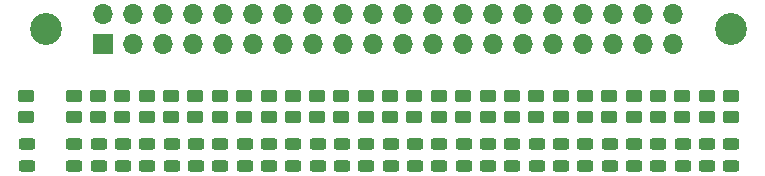
<source format=gts>
G04 #@! TF.GenerationSoftware,KiCad,Pcbnew,(6.0.0-0)*
G04 #@! TF.CreationDate,2022-04-16T20:11:23-05:00*
G04 #@! TF.ProjectId,rpi_led_board,7270695f-6c65-4645-9f62-6f6172642e6b,rev?*
G04 #@! TF.SameCoordinates,Original*
G04 #@! TF.FileFunction,Soldermask,Top*
G04 #@! TF.FilePolarity,Negative*
%FSLAX46Y46*%
G04 Gerber Fmt 4.6, Leading zero omitted, Abs format (unit mm)*
G04 Created by KiCad (PCBNEW (6.0.0-0)) date 2022-04-16 20:11:23*
%MOMM*%
%LPD*%
G01*
G04 APERTURE LIST*
G04 Aperture macros list*
%AMRoundRect*
0 Rectangle with rounded corners*
0 $1 Rounding radius*
0 $2 $3 $4 $5 $6 $7 $8 $9 X,Y pos of 4 corners*
0 Add a 4 corners polygon primitive as box body*
4,1,4,$2,$3,$4,$5,$6,$7,$8,$9,$2,$3,0*
0 Add four circle primitives for the rounded corners*
1,1,$1+$1,$2,$3*
1,1,$1+$1,$4,$5*
1,1,$1+$1,$6,$7*
1,1,$1+$1,$8,$9*
0 Add four rect primitives between the rounded corners*
20,1,$1+$1,$2,$3,$4,$5,0*
20,1,$1+$1,$4,$5,$6,$7,0*
20,1,$1+$1,$6,$7,$8,$9,0*
20,1,$1+$1,$8,$9,$2,$3,0*%
G04 Aperture macros list end*
%ADD10C,2.700000*%
%ADD11RoundRect,0.243750X0.456250X-0.243750X0.456250X0.243750X-0.456250X0.243750X-0.456250X-0.243750X0*%
%ADD12RoundRect,0.250000X-0.450000X0.262500X-0.450000X-0.262500X0.450000X-0.262500X0.450000X0.262500X0*%
%ADD13R,1.700000X1.700000*%
%ADD14O,1.700000X1.700000*%
G04 APERTURE END LIST*
D10*
X203500000Y-97500000D03*
X261500000Y-97500000D03*
D11*
X240932138Y-109137500D03*
X240932138Y-107262500D03*
X236810710Y-109137500D03*
X236810710Y-107262500D03*
X224446426Y-109137500D03*
X224446426Y-107262500D03*
D12*
X238826424Y-103187500D03*
X238826424Y-105012500D03*
X214097856Y-103187500D03*
X214097856Y-105012500D03*
D11*
X257417850Y-109137500D03*
X257417850Y-107262500D03*
X226507140Y-109137500D03*
X226507140Y-107262500D03*
X205855000Y-109137500D03*
X205855000Y-107262500D03*
D12*
X207915714Y-103187500D03*
X207915714Y-105012500D03*
D11*
X249174994Y-109137500D03*
X249174994Y-107262500D03*
D12*
X257372850Y-103187500D03*
X257372850Y-105012500D03*
X228522854Y-103187500D03*
X228522854Y-105012500D03*
D11*
X201900000Y-109137500D03*
X201900000Y-107262500D03*
D12*
X255312136Y-103187500D03*
X255312136Y-105012500D03*
X226462140Y-103187500D03*
X226462140Y-105012500D03*
D11*
X230628568Y-109137500D03*
X230628568Y-107262500D03*
X247114280Y-109137500D03*
X247114280Y-107262500D03*
D12*
X245008566Y-103187500D03*
X245008566Y-105012500D03*
X224401426Y-103187500D03*
X224401426Y-105012500D03*
X261494278Y-103187500D03*
X261494278Y-105012500D03*
X259433564Y-103187500D03*
X259433564Y-105012500D03*
X216158570Y-103187500D03*
X216158570Y-105012500D03*
D11*
X228567854Y-109137500D03*
X228567854Y-107262500D03*
X259478564Y-109137500D03*
X259478564Y-107262500D03*
X261539278Y-109137500D03*
X261539278Y-107262500D03*
X222385712Y-109137500D03*
X222385712Y-107262500D03*
X207960714Y-109137500D03*
X207960714Y-107262500D03*
D12*
X240887138Y-103187500D03*
X240887138Y-105012500D03*
X201855000Y-103187500D03*
X201855000Y-105012500D03*
D11*
X214142856Y-109137500D03*
X214142856Y-107262500D03*
D12*
X205855000Y-103187500D03*
X205855000Y-105012500D03*
D11*
X212082142Y-109137500D03*
X212082142Y-107262500D03*
X251235708Y-109137500D03*
X251235708Y-107262500D03*
D12*
X220279998Y-103187500D03*
X220279998Y-105012500D03*
D11*
X220324998Y-109137500D03*
X220324998Y-107262500D03*
X210021428Y-109137500D03*
X210021428Y-107262500D03*
X218264284Y-109137500D03*
X218264284Y-107262500D03*
D12*
X236765710Y-103187500D03*
X236765710Y-105012500D03*
D11*
X245053566Y-109137500D03*
X245053566Y-107262500D03*
X253296422Y-109137500D03*
X253296422Y-107262500D03*
D12*
X242947852Y-103187500D03*
X242947852Y-105012500D03*
X230583568Y-103187500D03*
X230583568Y-105012500D03*
X209976428Y-103187500D03*
X209976428Y-105012500D03*
X247069280Y-103187500D03*
X247069280Y-105012500D03*
D11*
X232689282Y-109137500D03*
X232689282Y-107262500D03*
D12*
X251190708Y-103187500D03*
X251190708Y-105012500D03*
X234704996Y-103187500D03*
X234704996Y-105012500D03*
X253251422Y-103187500D03*
X253251422Y-105012500D03*
D11*
X255357136Y-109137500D03*
X255357136Y-107262500D03*
X234749996Y-109137500D03*
X234749996Y-107262500D03*
D12*
X222355000Y-103187500D03*
X222355000Y-105012500D03*
D11*
X242992852Y-109137500D03*
X242992852Y-107262500D03*
D12*
X232644282Y-103187500D03*
X232644282Y-105012500D03*
X218219284Y-103187500D03*
X218219284Y-105012500D03*
D11*
X216203570Y-109137500D03*
X216203570Y-107262500D03*
D12*
X249129994Y-103187500D03*
X249129994Y-105012500D03*
D11*
X238871424Y-109137500D03*
X238871424Y-107262500D03*
D12*
X212037142Y-103187500D03*
X212037142Y-105012500D03*
D13*
X208370000Y-98770000D03*
D14*
X208370000Y-96230000D03*
X210910000Y-98770000D03*
X210910000Y-96230000D03*
X213450000Y-98770000D03*
X213450000Y-96230000D03*
X215990000Y-98770000D03*
X215990000Y-96230000D03*
X218530000Y-98770000D03*
X218530000Y-96230000D03*
X221070000Y-98770000D03*
X221070000Y-96230000D03*
X223610000Y-98770000D03*
X223610000Y-96230000D03*
X226150000Y-98770000D03*
X226150000Y-96230000D03*
X228690000Y-98770000D03*
X228690000Y-96230000D03*
X231230000Y-98770000D03*
X231230000Y-96230000D03*
X233770000Y-98770000D03*
X233770000Y-96230000D03*
X236310000Y-98770000D03*
X236310000Y-96230000D03*
X238850000Y-98770000D03*
X238850000Y-96230000D03*
X241390000Y-98770000D03*
X241390000Y-96230000D03*
X243930000Y-98770000D03*
X243930000Y-96230000D03*
X246470000Y-98770000D03*
X246470000Y-96230000D03*
X249010000Y-98770000D03*
X249010000Y-96230000D03*
X251550000Y-98770000D03*
X251550000Y-96230000D03*
X254090000Y-98770000D03*
X254090000Y-96230000D03*
X256630000Y-98770000D03*
X256630000Y-96230000D03*
M02*

</source>
